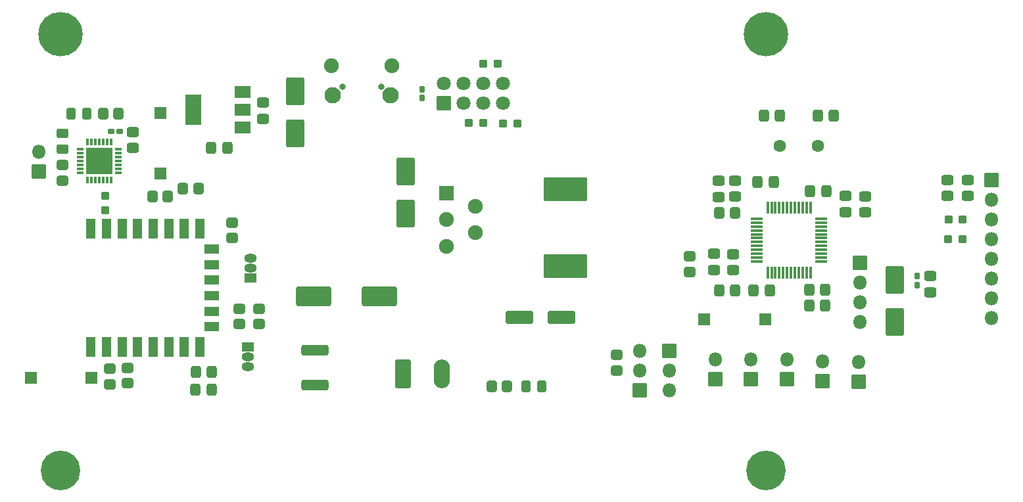
<source format=gbr>
%TF.GenerationSoftware,KiCad,Pcbnew,7.0.5*%
%TF.CreationDate,2023-07-07T07:55:25+07:00*%
%TF.ProjectId,THUC_TAPP,54485543-5f54-4415-9050-2e6b69636164,rev?*%
%TF.SameCoordinates,Original*%
%TF.FileFunction,Soldermask,Top*%
%TF.FilePolarity,Negative*%
%FSLAX46Y46*%
G04 Gerber Fmt 4.6, Leading zero omitted, Abs format (unit mm)*
G04 Created by KiCad (PCBNEW 7.0.5) date 2023-07-07 07:55:25*
%MOMM*%
%LPD*%
G01*
G04 APERTURE LIST*
G04 Aperture macros list*
%AMRoundRect*
0 Rectangle with rounded corners*
0 $1 Rounding radius*
0 $2 $3 $4 $5 $6 $7 $8 $9 X,Y pos of 4 corners*
0 Add a 4 corners polygon primitive as box body*
4,1,4,$2,$3,$4,$5,$6,$7,$8,$9,$2,$3,0*
0 Add four circle primitives for the rounded corners*
1,1,$1+$1,$2,$3*
1,1,$1+$1,$4,$5*
1,1,$1+$1,$6,$7*
1,1,$1+$1,$8,$9*
0 Add four rect primitives between the rounded corners*
20,1,$1+$1,$2,$3,$4,$5,0*
20,1,$1+$1,$4,$5,$6,$7,0*
20,1,$1+$1,$6,$7,$8,$9,0*
20,1,$1+$1,$8,$9,$2,$3,0*%
G04 Aperture macros list end*
%ADD10RoundRect,0.300800X0.450000X-0.350000X0.450000X0.350000X-0.450000X0.350000X-0.450000X-0.350000X0*%
%ADD11RoundRect,0.300800X-0.337500X-0.475000X0.337500X-0.475000X0.337500X0.475000X-0.337500X0.475000X0*%
%ADD12C,1.601600*%
%ADD13RoundRect,0.300800X0.475000X-0.337500X0.475000X0.337500X-0.475000X0.337500X-0.475000X-0.337500X0*%
%ADD14RoundRect,0.300800X-0.350000X-0.450000X0.350000X-0.450000X0.350000X0.450000X-0.350000X0.450000X0*%
%ADD15RoundRect,0.300800X-0.475000X0.337500X-0.475000X-0.337500X0.475000X-0.337500X0.475000X0.337500X0*%
%ADD16RoundRect,0.050800X0.500000X-1.250000X0.500000X1.250000X-0.500000X1.250000X-0.500000X-1.250000X0*%
%ADD17RoundRect,0.050800X0.900000X-0.500000X0.900000X0.500000X-0.900000X0.500000X-0.900000X-0.500000X0*%
%ADD18RoundRect,0.050800X0.850000X-0.850000X0.850000X0.850000X-0.850000X0.850000X-0.850000X-0.850000X0*%
%ADD19C,1.801600*%
%ADD20RoundRect,0.300800X-1.950000X-1.000000X1.950000X-1.000000X1.950000X1.000000X-1.950000X1.000000X0*%
%ADD21RoundRect,0.050800X-0.850000X-0.850000X0.850000X-0.850000X0.850000X0.850000X-0.850000X0.850000X0*%
%ADD22O,1.801600X1.801600*%
%ADD23RoundRect,0.300800X0.350000X0.450000X-0.350000X0.450000X-0.350000X-0.450000X0.350000X-0.450000X0*%
%ADD24RoundRect,0.300800X0.337500X0.475000X-0.337500X0.475000X-0.337500X-0.475000X0.337500X-0.475000X0*%
%ADD25C,5.711600*%
%ADD26RoundRect,0.050800X0.750000X-0.525000X0.750000X0.525000X-0.750000X0.525000X-0.750000X-0.525000X0*%
%ADD27O,1.601600X1.151600*%
%ADD28RoundRect,0.300800X-0.450000X0.350000X-0.450000X-0.350000X0.450000X-0.350000X0.450000X0.350000X0*%
%ADD29RoundRect,0.125800X-0.075000X0.662500X-0.075000X-0.662500X0.075000X-0.662500X0.075000X0.662500X0*%
%ADD30RoundRect,0.125800X-0.662500X0.075000X-0.662500X-0.075000X0.662500X-0.075000X0.662500X0.075000X0*%
%ADD31C,5.101600*%
%ADD32RoundRect,0.050800X1.000000X0.750000X-1.000000X0.750000X-1.000000X-0.750000X1.000000X-0.750000X0*%
%ADD33RoundRect,0.050800X1.000000X1.900000X-1.000000X1.900000X-1.000000X-1.900000X1.000000X-1.900000X0*%
%ADD34RoundRect,0.300800X1.500000X0.550000X-1.500000X0.550000X-1.500000X-0.550000X1.500000X-0.550000X0*%
%ADD35RoundRect,0.050800X0.850000X0.850000X-0.850000X0.850000X-0.850000X-0.850000X0.850000X-0.850000X0*%
%ADD36RoundRect,0.300800X-0.325000X-0.450000X0.325000X-0.450000X0.325000X0.450000X-0.325000X0.450000X0*%
%ADD37RoundRect,0.300800X-0.900000X1.500000X-0.900000X-1.500000X0.900000X-1.500000X0.900000X1.500000X0*%
%ADD38RoundRect,0.288300X0.250000X0.237500X-0.250000X0.237500X-0.250000X-0.237500X0.250000X-0.237500X0*%
%ADD39RoundRect,0.300800X0.325000X0.450000X-0.325000X0.450000X-0.325000X-0.450000X0.325000X-0.450000X0*%
%ADD40RoundRect,0.205800X-0.155000X0.212500X-0.155000X-0.212500X0.155000X-0.212500X0.155000X0.212500X0*%
%ADD41RoundRect,0.288300X-0.250000X-0.237500X0.250000X-0.237500X0.250000X0.237500X-0.250000X0.237500X0*%
%ADD42RoundRect,0.050800X-0.750000X0.525000X-0.750000X-0.525000X0.750000X-0.525000X0.750000X0.525000X0*%
%ADD43RoundRect,0.300800X1.450000X-0.400000X1.450000X0.400000X-1.450000X0.400000X-1.450000X-0.400000X0*%
%ADD44RoundRect,0.288300X0.237500X-0.250000X0.237500X0.250000X-0.237500X0.250000X-0.237500X-0.250000X0*%
%ADD45RoundRect,0.113300X0.337500X0.062500X-0.337500X0.062500X-0.337500X-0.062500X0.337500X-0.062500X0*%
%ADD46RoundRect,0.113300X0.062500X0.337500X-0.062500X0.337500X-0.062500X-0.337500X0.062500X-0.337500X0*%
%ADD47RoundRect,0.050800X1.675000X1.675000X-1.675000X1.675000X-1.675000X-1.675000X1.675000X-1.675000X0*%
%ADD48RoundRect,0.050800X-2.705100X1.447800X-2.705100X-1.447800X2.705100X-1.447800X2.705100X1.447800X0*%
%ADD49RoundRect,0.300800X-0.750000X-1.550000X0.750000X-1.550000X0.750000X1.550000X-0.750000X1.550000X0*%
%ADD50O,2.101600X3.701600*%
%ADD51RoundRect,0.050800X-0.750000X-0.750000X0.750000X-0.750000X0.750000X0.750000X-0.750000X0.750000X0*%
%ADD52RoundRect,0.205800X-0.212500X-0.155000X0.212500X-0.155000X0.212500X0.155000X-0.212500X0.155000X0*%
%ADD53RoundRect,0.050800X0.750000X-0.750000X0.750000X0.750000X-0.750000X0.750000X-0.750000X-0.750000X0*%
%ADD54RoundRect,0.300800X0.450000X-0.325000X0.450000X0.325000X-0.450000X0.325000X-0.450000X-0.325000X0*%
%ADD55RoundRect,0.050800X-0.900000X0.900000X-0.900000X-0.900000X0.900000X-0.900000X0.900000X0.900000X0*%
%ADD56O,1.901600X1.901600*%
%ADD57C,0.801600*%
%ADD58C,1.901600*%
%ADD59C,2.101600*%
G04 APERTURE END LIST*
D10*
%TO.C,R15*%
X119804800Y-93700200D03*
X119804800Y-91700200D03*
%TD*%
D11*
%TO.C,C13*%
X201717500Y-59190000D03*
X203792500Y-59190000D03*
%TD*%
D12*
%TO.C,Y1*%
X208670000Y-63090000D03*
X203790000Y-63090000D03*
%TD*%
D13*
%TO.C,C5*%
X197770000Y-79145000D03*
X197770000Y-77070000D03*
%TD*%
D14*
%TO.C,R21*%
X116645800Y-58944200D03*
X118645800Y-58944200D03*
%TD*%
D11*
%TO.C,C24*%
X130555800Y-63360200D03*
X132630800Y-63360200D03*
%TD*%
D15*
%TO.C,C16*%
X227967300Y-67476700D03*
X227967300Y-69551700D03*
%TD*%
D10*
%TO.C,R14*%
X117518800Y-93827200D03*
X117518800Y-91827200D03*
%TD*%
%TO.C,R2*%
X182779550Y-92047950D03*
X182779550Y-90047950D03*
%TD*%
D16*
%TO.C,U4*%
X115092800Y-89013200D03*
X117092800Y-89013200D03*
X119092800Y-89013200D03*
X121092800Y-89013200D03*
X123092800Y-89013200D03*
X125092800Y-89013200D03*
X127092800Y-89013200D03*
X129092800Y-89013200D03*
D17*
X130592800Y-86413200D03*
X130592800Y-84413200D03*
X130592800Y-82413200D03*
X130592800Y-80413200D03*
X130592800Y-78413200D03*
X130592800Y-76413200D03*
D16*
X129092800Y-73813200D03*
X127092800Y-73813200D03*
X125092800Y-73813200D03*
X123092800Y-73813200D03*
X121092800Y-73813200D03*
X119092800Y-73813200D03*
X117092800Y-73813200D03*
X115092800Y-73813200D03*
%TD*%
D18*
%TO.C,U2*%
X160498800Y-57571200D03*
D19*
X160498800Y-55031200D03*
X163038800Y-57571200D03*
X163038800Y-55031200D03*
X165578800Y-57571200D03*
X165578800Y-55031200D03*
X168118800Y-57571200D03*
X168118800Y-55031200D03*
%TD*%
D20*
%TO.C,C17*%
X143783800Y-82484200D03*
X152183800Y-82484200D03*
%TD*%
D21*
%TO.C,J7*%
X214092800Y-78201700D03*
D22*
X214092800Y-80741700D03*
X214092800Y-83281700D03*
X214092800Y-85821700D03*
%TD*%
D23*
%TO.C,FB1*%
X198027300Y-71731700D03*
X196027300Y-71731700D03*
%TD*%
D15*
%TO.C,C11*%
X223207300Y-79891700D03*
X223207300Y-81966700D03*
%TD*%
D24*
%TO.C,C6*%
X209655000Y-81620000D03*
X207580000Y-81620000D03*
%TD*%
D11*
%TO.C,C7*%
X207715000Y-68960000D03*
X209790000Y-68960000D03*
%TD*%
D25*
%TO.C,H4*%
X111129600Y-48717200D03*
%TD*%
D26*
%TO.C,Q2*%
X135658800Y-80143200D03*
D27*
X135658800Y-78873200D03*
X135658800Y-77603200D03*
%TD*%
D28*
%TO.C,R20*%
X111438800Y-65576200D03*
X111438800Y-67576200D03*
%TD*%
D29*
%TO.C,U1*%
X207727300Y-71081700D03*
X207227300Y-71081700D03*
X206727300Y-71081700D03*
X206227300Y-71081700D03*
X205727300Y-71081700D03*
X205227300Y-71081700D03*
X204727300Y-71081700D03*
X204227300Y-71081700D03*
X203727300Y-71081700D03*
X203227300Y-71081700D03*
X202727300Y-71081700D03*
X202227300Y-71081700D03*
D30*
X200814800Y-72494200D03*
X200814800Y-72994200D03*
X200814800Y-73494200D03*
X200814800Y-73994200D03*
X200814800Y-74494200D03*
X200814800Y-74994200D03*
X200814800Y-75494200D03*
X200814800Y-75994200D03*
X200814800Y-76494200D03*
X200814800Y-76994200D03*
X200814800Y-77494200D03*
X200814800Y-77994200D03*
D29*
X202227300Y-79406700D03*
X202727300Y-79406700D03*
X203227300Y-79406700D03*
X203727300Y-79406700D03*
X204227300Y-79406700D03*
X204727300Y-79406700D03*
X205227300Y-79406700D03*
X205727300Y-79406700D03*
X206227300Y-79406700D03*
X206727300Y-79406700D03*
X207227300Y-79406700D03*
X207727300Y-79406700D03*
D30*
X209139800Y-77994200D03*
X209139800Y-77494200D03*
X209139800Y-76994200D03*
X209139800Y-76494200D03*
X209139800Y-75994200D03*
X209139800Y-75494200D03*
X209139800Y-74994200D03*
X209139800Y-74494200D03*
X209139800Y-73994200D03*
X209139800Y-73494200D03*
X209139800Y-72994200D03*
X209139800Y-72494200D03*
%TD*%
D31*
%TO.C,H2*%
X111129600Y-104902000D03*
%TD*%
D13*
%TO.C,C2*%
X198067300Y-69631700D03*
X198067300Y-67556700D03*
%TD*%
D32*
%TO.C,U7*%
X134590800Y-60760200D03*
X134590800Y-58460200D03*
D33*
X128290800Y-58460200D03*
D32*
X134590800Y-56160200D03*
%TD*%
D34*
%TO.C,C18*%
X175690000Y-85180000D03*
X170290000Y-85180000D03*
%TD*%
D24*
%TO.C,C12*%
X210747500Y-59220000D03*
X208672500Y-59220000D03*
%TD*%
D35*
%TO.C,J5*%
X204747300Y-93146700D03*
D22*
X204747300Y-90606700D03*
%TD*%
D36*
%TO.C,LED1*%
X171092800Y-94102200D03*
X173142800Y-94102200D03*
%TD*%
D35*
%TO.C,J11*%
X108374800Y-66427200D03*
D22*
X108374800Y-63887200D03*
%TD*%
D24*
%TO.C,R1*%
X202472300Y-81734200D03*
X200397300Y-81734200D03*
%TD*%
D37*
%TO.C,D1*%
X218597300Y-80401700D03*
X218597300Y-85801700D03*
%TD*%
D10*
%TO.C,R18*%
X134155800Y-86080200D03*
X134155800Y-84080200D03*
%TD*%
D11*
%TO.C,C1*%
X200925000Y-67750000D03*
X203000000Y-67750000D03*
%TD*%
D38*
%TO.C,R9*%
X227337300Y-72561700D03*
X225512300Y-72561700D03*
%TD*%
D39*
%TO.C,LED3*%
X114585800Y-58944200D03*
X112535800Y-58944200D03*
%TD*%
D40*
%TO.C,C14*%
X157704800Y-55801200D03*
X157704800Y-56936200D03*
%TD*%
D41*
%TO.C,R6*%
X168143800Y-60191200D03*
X169968800Y-60191200D03*
%TD*%
D42*
%TO.C,Q1*%
X135298800Y-89030000D03*
D27*
X135298800Y-90300000D03*
X135298800Y-91570000D03*
%TD*%
D15*
%TO.C,C23*%
X137260800Y-57535200D03*
X137260800Y-59610200D03*
%TD*%
D31*
%TO.C,H3*%
X202010800Y-104902000D03*
%TD*%
D43*
%TO.C,F1*%
X143952800Y-93884200D03*
X143952800Y-89434200D03*
%TD*%
D13*
%TO.C,C3*%
X195869800Y-69684200D03*
X195869800Y-67609200D03*
%TD*%
D35*
%TO.C,J4*%
X185719550Y-94582950D03*
D22*
X185719550Y-92042950D03*
X185719550Y-89502950D03*
%TD*%
D13*
%TO.C,C25*%
X195340000Y-79105000D03*
X195340000Y-77030000D03*
%TD*%
D15*
%TO.C,C15*%
X225377300Y-67496700D03*
X225377300Y-69571700D03*
%TD*%
D35*
%TO.C,J2*%
X200097300Y-93146700D03*
D22*
X200097300Y-90606700D03*
%TD*%
D44*
%TO.C,R16*%
X116920000Y-71405000D03*
X116920000Y-69580000D03*
%TD*%
D38*
%TO.C,R5*%
X165598800Y-60181200D03*
X163773800Y-60181200D03*
%TD*%
D35*
%TO.C,J8*%
X209247300Y-93421700D03*
D22*
X209247300Y-90881700D03*
%TD*%
D24*
%TO.C,C9*%
X198047300Y-81761700D03*
X195972300Y-81761700D03*
%TD*%
D28*
%TO.C,R17*%
X133259800Y-72968200D03*
X133259800Y-74968200D03*
%TD*%
D21*
%TO.C,J3*%
X189549550Y-89497950D03*
D22*
X189549550Y-92037950D03*
X189549550Y-94577950D03*
%TD*%
D45*
%TO.C,U5*%
X118610800Y-66540200D03*
X118610800Y-66040200D03*
X118610800Y-65540200D03*
X118610800Y-65040200D03*
X118610800Y-64540200D03*
X118610800Y-64040200D03*
X118610800Y-63540200D03*
D46*
X117660800Y-62590200D03*
X117160800Y-62590200D03*
X116660800Y-62590200D03*
X116160800Y-62590200D03*
X115660800Y-62590200D03*
X115160800Y-62590200D03*
X114660800Y-62590200D03*
D45*
X113710800Y-63540200D03*
X113710800Y-64040200D03*
X113710800Y-64540200D03*
X113710800Y-65040200D03*
X113710800Y-65540200D03*
X113710800Y-66040200D03*
X113710800Y-66540200D03*
D46*
X114660800Y-67490200D03*
X115160800Y-67490200D03*
X115660800Y-67490200D03*
X116160800Y-67490200D03*
X116660800Y-67490200D03*
X117160800Y-67490200D03*
X117660800Y-67490200D03*
D47*
X116160800Y-65040200D03*
%TD*%
D23*
%TO.C,R11*%
X168672800Y-94102200D03*
X166672800Y-94102200D03*
%TD*%
D15*
%TO.C,C4*%
X214790000Y-69602500D03*
X214790000Y-71677500D03*
%TD*%
D41*
%TO.C,R7*%
X165595000Y-52560000D03*
X167420000Y-52560000D03*
%TD*%
D28*
%TO.C,R19*%
X136695800Y-84080200D03*
X136695800Y-86080200D03*
%TD*%
D40*
%TO.C,C10*%
X221477300Y-79881700D03*
X221477300Y-81016700D03*
%TD*%
D37*
%TO.C,D2*%
X155592800Y-66422200D03*
X155592800Y-71822200D03*
%TD*%
D15*
%TO.C,C8*%
X212270000Y-69580000D03*
X212270000Y-71655000D03*
%TD*%
D10*
%TO.C,R8*%
X192200000Y-79370000D03*
X192200000Y-77370000D03*
%TD*%
D48*
%TO.C,L1*%
X176222800Y-68656200D03*
X176222800Y-78562200D03*
%TD*%
D24*
%TO.C,C26*%
X209650000Y-83710000D03*
X207575000Y-83710000D03*
%TD*%
D49*
%TO.C,J10*%
X155244800Y-92496200D03*
D50*
X160244800Y-92496200D03*
%TD*%
D35*
%TO.C,J1*%
X195447300Y-93146700D03*
D22*
X195447300Y-90606700D03*
%TD*%
D21*
%TO.C,J9*%
X231067300Y-67481700D03*
D22*
X231067300Y-70021700D03*
X231067300Y-72561700D03*
X231067300Y-75101700D03*
X231067300Y-77641700D03*
X231067300Y-80181700D03*
X231067300Y-82721700D03*
X231067300Y-85261700D03*
%TD*%
D23*
%TO.C,R13*%
X124979800Y-69602200D03*
X122979800Y-69602200D03*
%TD*%
D11*
%TO.C,C20*%
X128545000Y-94500000D03*
X130620000Y-94500000D03*
%TD*%
D37*
%TO.C,D3*%
X141410800Y-56117200D03*
X141410800Y-61517200D03*
%TD*%
D51*
%TO.C,RESET*%
X107305800Y-92970200D03*
X115105800Y-92970200D03*
%TD*%
D11*
%TO.C,C19*%
X128575000Y-92210000D03*
X130650000Y-92210000D03*
%TD*%
D38*
%TO.C,R10*%
X227317300Y-75091700D03*
X225492300Y-75091700D03*
%TD*%
D52*
%TO.C,C22*%
X117669800Y-61230200D03*
X118804800Y-61230200D03*
%TD*%
D13*
%TO.C,C21*%
X120455800Y-63389200D03*
X120455800Y-61314200D03*
%TD*%
D53*
%TO.C,D_CODE*%
X124011800Y-66654200D03*
X124011800Y-58854200D03*
%TD*%
D14*
%TO.C,R12*%
X126916800Y-68586200D03*
X128916800Y-68586200D03*
%TD*%
D54*
%TO.C,LED2*%
X111438800Y-63516200D03*
X111438800Y-61466200D03*
%TD*%
D55*
%TO.C,U3*%
X160862800Y-69222200D03*
D56*
X164562800Y-70922200D03*
X160862800Y-72622200D03*
X164562800Y-74322200D03*
X160862800Y-76022200D03*
%TD*%
D51*
%TO.C,RESET*%
X194087300Y-85454200D03*
X201887300Y-85454200D03*
%TD*%
D35*
%TO.C,J6*%
X213963550Y-93464950D03*
D22*
X213963550Y-90924950D03*
%TD*%
D25*
%TO.C,H1*%
X202010800Y-48717200D03*
%TD*%
D57*
%TO.C,J12*%
X147450000Y-55520000D03*
X152450000Y-55520000D03*
D58*
X146075000Y-52770000D03*
D59*
X146225000Y-56570000D03*
X153675000Y-56570000D03*
D58*
X153825000Y-52770000D03*
%TD*%
M02*

</source>
